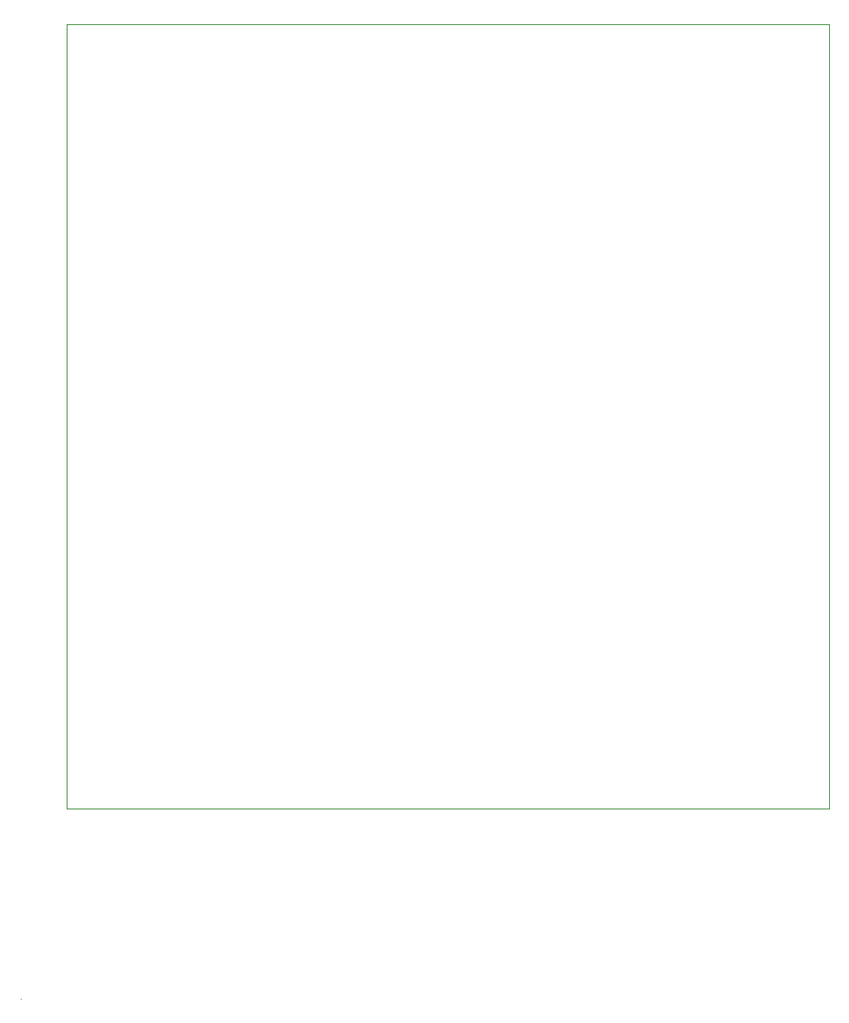
<source format=gbr>
G04 #@! TF.GenerationSoftware,KiCad,Pcbnew,(5.1.6)-1*
G04 #@! TF.CreationDate,2021-03-10T15:07:37+06:00*
G04 #@! TF.ProjectId,nodemcu01,6e6f6465-6d63-4753-9031-2e6b69636164,rev?*
G04 #@! TF.SameCoordinates,Original*
G04 #@! TF.FileFunction,Profile,NP*
%FSLAX46Y46*%
G04 Gerber Fmt 4.6, Leading zero omitted, Abs format (unit mm)*
G04 Created by KiCad (PCBNEW (5.1.6)-1) date 2021-03-10 15:07:37*
%MOMM*%
%LPD*%
G01*
G04 APERTURE LIST*
G04 #@! TA.AperFunction,Profile*
%ADD10C,0.050000*%
G04 #@! TD*
G04 APERTURE END LIST*
D10*
X105800000Y-75000000D02*
X105800000Y-151800000D01*
X180400000Y-75000000D02*
X105800000Y-75000000D01*
X180400000Y-151800000D02*
X180400000Y-75000000D01*
X105800000Y-151800000D02*
X180400000Y-151800000D01*
X101300000Y-170350000D02*
X101350000Y-170350000D01*
M02*

</source>
